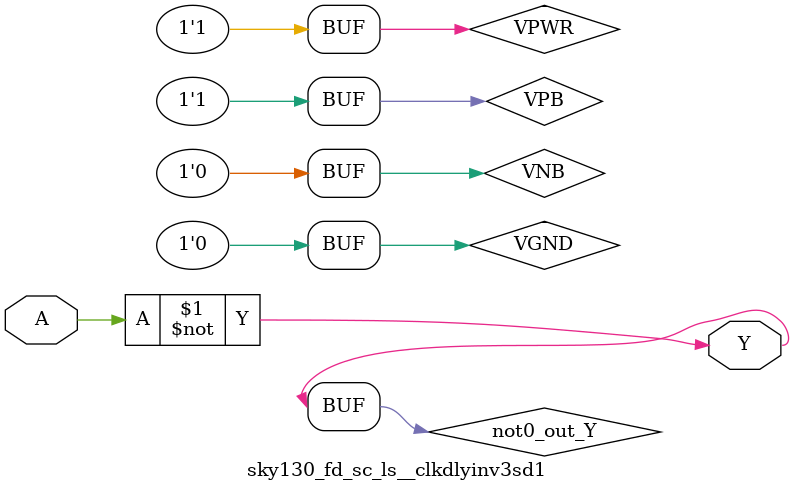
<source format=v>
/*
 * Copyright 2020 The SkyWater PDK Authors
 *
 * Licensed under the Apache License, Version 2.0 (the "License");
 * you may not use this file except in compliance with the License.
 * You may obtain a copy of the License at
 *
 *     https://www.apache.org/licenses/LICENSE-2.0
 *
 * Unless required by applicable law or agreed to in writing, software
 * distributed under the License is distributed on an "AS IS" BASIS,
 * WITHOUT WARRANTIES OR CONDITIONS OF ANY KIND, either express or implied.
 * See the License for the specific language governing permissions and
 * limitations under the License.
 *
 * SPDX-License-Identifier: Apache-2.0
*/


`ifndef SKY130_FD_SC_LS__CLKDLYINV3SD1_BEHAVIORAL_V
`define SKY130_FD_SC_LS__CLKDLYINV3SD1_BEHAVIORAL_V

/**
 * clkdlyinv3sd1: Clock Delay Inverter 3-stage 0.15um length inner
 *                stage gate.
 *
 * Verilog simulation functional model.
 */

`timescale 1ns / 1ps
`default_nettype none

`celldefine
module sky130_fd_sc_ls__clkdlyinv3sd1 (
    Y,
    A
);

    // Module ports
    output Y;
    input  A;

    // Module supplies
    supply1 VPWR;
    supply0 VGND;
    supply1 VPB ;
    supply0 VNB ;

    // Local signals
    wire not0_out_Y;

    //  Name  Output      Other arguments
    not not0 (not0_out_Y, A              );
    buf buf0 (Y         , not0_out_Y     );

endmodule
`endcelldefine

`default_nettype wire
`endif  // SKY130_FD_SC_LS__CLKDLYINV3SD1_BEHAVIORAL_V
</source>
